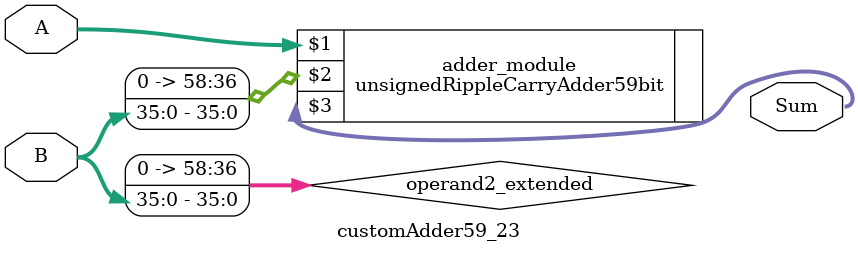
<source format=v>
module customAdder59_23(
                        input [58 : 0] A,
                        input [35 : 0] B,
                        
                        output [59 : 0] Sum
                );

        wire [58 : 0] operand2_extended;
        
        assign operand2_extended =  {23'b0, B};
        
        unsignedRippleCarryAdder59bit adder_module(
            A,
            operand2_extended,
            Sum
        );
        
        endmodule
        
</source>
